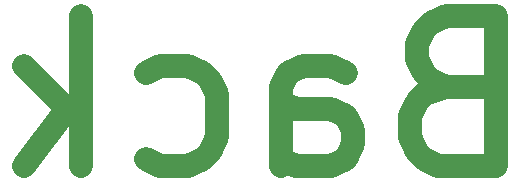
<source format=gbr>
G04 #@! TF.FileFunction,Copper,L2,Bot,Signal*
%FSLAX46Y46*%
G04 Gerber Fmt 4.6, Leading zero omitted, Abs format (unit mm)*
G04 Created by KiCad (PCBNEW 4.0.7+dfsg1-1) date Tue Jul 31 15:42:36 2018*
%MOMM*%
%LPD*%
G01*
G04 APERTURE LIST*
%ADD10C,0.100000*%
%ADD11C,2.000000*%
G04 APERTURE END LIST*
D10*
D11*
X158931428Y-76562857D02*
X157117142Y-77167619D01*
X156512381Y-77772381D01*
X155907619Y-78981905D01*
X155907619Y-80796190D01*
X156512381Y-82005714D01*
X157117142Y-82610476D01*
X158326666Y-83215238D01*
X163164761Y-83215238D01*
X163164761Y-70515238D01*
X158931428Y-70515238D01*
X157721904Y-71120000D01*
X157117142Y-71724762D01*
X156512381Y-72934286D01*
X156512381Y-74143810D01*
X157117142Y-75353333D01*
X157721904Y-75958095D01*
X158931428Y-76562857D01*
X163164761Y-76562857D01*
X145021904Y-83215238D02*
X145021904Y-76562857D01*
X145626666Y-75353333D01*
X146836190Y-74748571D01*
X149255238Y-74748571D01*
X150464761Y-75353333D01*
X145021904Y-82610476D02*
X146231428Y-83215238D01*
X149255238Y-83215238D01*
X150464761Y-82610476D01*
X151069523Y-81400952D01*
X151069523Y-80191429D01*
X150464761Y-78981905D01*
X149255238Y-78377143D01*
X146231428Y-78377143D01*
X145021904Y-77772381D01*
X133531428Y-82610476D02*
X134740952Y-83215238D01*
X137160000Y-83215238D01*
X138369524Y-82610476D01*
X138974285Y-82005714D01*
X139579047Y-80796190D01*
X139579047Y-77167619D01*
X138974285Y-75958095D01*
X138369524Y-75353333D01*
X137160000Y-74748571D01*
X134740952Y-74748571D01*
X133531428Y-75353333D01*
X128088571Y-83215238D02*
X128088571Y-70515238D01*
X126879048Y-78377143D02*
X123250476Y-83215238D01*
X123250476Y-74748571D02*
X128088571Y-79586667D01*
M02*

</source>
